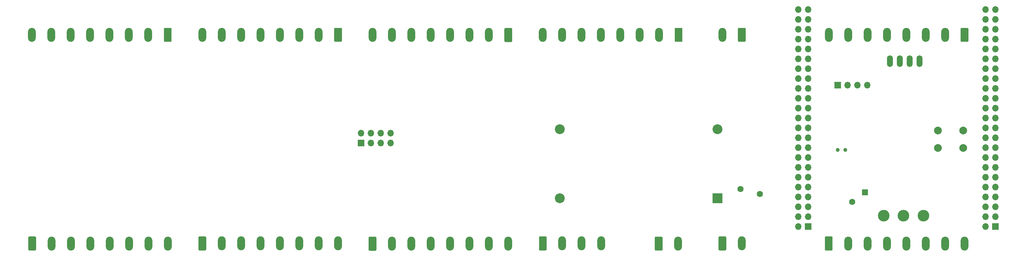
<source format=gbr>
%TF.GenerationSoftware,KiCad,Pcbnew,(5.1.12)-1*%
%TF.CreationDate,2021-12-06T16:24:31+01:00*%
%TF.ProjectId,boneIO_input board,626f6e65-494f-45f6-996e-70757420626f,rev?*%
%TF.SameCoordinates,Original*%
%TF.FileFunction,Soldermask,Bot*%
%TF.FilePolarity,Negative*%
%FSLAX46Y46*%
G04 Gerber Fmt 4.6, Leading zero omitted, Abs format (unit mm)*
G04 Created by KiCad (PCBNEW (5.1.12)-1) date 2021-12-06 16:24:31*
%MOMM*%
%LPD*%
G01*
G04 APERTURE LIST*
%ADD10C,3.000000*%
%ADD11O,1.500000X3.000000*%
%ADD12O,2.000000X3.600000*%
%ADD13C,2.540000*%
%ADD14R,2.540000X2.540000*%
%ADD15O,1.700000X1.700000*%
%ADD16R,1.700000X1.700000*%
%ADD17C,1.000000*%
%ADD18C,1.600000*%
%ADD19R,1.600000X1.600000*%
%ADD20C,2.000000*%
G04 APERTURE END LIST*
D10*
%TO.C,U61*%
X254550000Y-102980000D03*
D11*
X251000000Y-63190000D03*
D10*
X244360000Y-102980000D03*
D11*
X248480000Y-63190000D03*
X245970000Y-63190000D03*
X253570000Y-63190000D03*
D10*
X249430000Y-102980000D03*
%TD*%
D12*
%TO.C,J4*%
X202750000Y-56420000D03*
G36*
G01*
X208750000Y-54870000D02*
X208750000Y-57970000D01*
G75*
G02*
X208500000Y-58220000I-250000J0D01*
G01*
X207000000Y-58220000D01*
G75*
G02*
X206750000Y-57970000I0J250000D01*
G01*
X206750000Y-54870000D01*
G75*
G02*
X207000000Y-54620000I250000J0D01*
G01*
X208500000Y-54620000D01*
G75*
G02*
X208750000Y-54870000I0J-250000D01*
G01*
G37*
%TD*%
D13*
%TO.C,REF\u002A\u002A*%
X160820000Y-80750000D03*
X160820000Y-98530000D03*
X201460000Y-80750000D03*
D14*
X201460000Y-98530000D03*
%TD*%
D12*
%TO.C,J8*%
X142575000Y-110225000D03*
G36*
G01*
X111575000Y-111775000D02*
X111575000Y-108675000D01*
G75*
G02*
X111825000Y-108425000I250000J0D01*
G01*
X113325000Y-108425000D01*
G75*
G02*
X113575000Y-108675000I0J-250000D01*
G01*
X113575000Y-111775000D01*
G75*
G02*
X113325000Y-112025000I-250000J0D01*
G01*
X111825000Y-112025000D01*
G75*
G02*
X111575000Y-111775000I0J250000D01*
G01*
G37*
X122575000Y-110225000D03*
X137575000Y-110225000D03*
X117575000Y-110225000D03*
X127575000Y-110225000D03*
X147575000Y-110225000D03*
X132575000Y-110225000D03*
%TD*%
D15*
%TO.C,J13*%
X117260000Y-81750000D03*
X117260000Y-84290000D03*
X114720000Y-81750000D03*
X114720000Y-84290000D03*
X112180000Y-81750000D03*
X112180000Y-84290000D03*
X109640000Y-81750000D03*
D16*
X109640000Y-84290000D03*
%TD*%
%TO.C,J11*%
X273095000Y-105785000D03*
D15*
X270555000Y-105785000D03*
X273095000Y-103245000D03*
X270555000Y-103245000D03*
X273095000Y-100705000D03*
X270555000Y-100705000D03*
X273095000Y-98165000D03*
X270555000Y-98165000D03*
X273095000Y-95625000D03*
X270555000Y-95625000D03*
X273095000Y-93085000D03*
X270555000Y-93085000D03*
X273095000Y-90545000D03*
X270555000Y-90545000D03*
X273095000Y-88005000D03*
X270555000Y-88005000D03*
X273095000Y-85465000D03*
X270555000Y-85465000D03*
X273095000Y-82925000D03*
X270555000Y-82925000D03*
X273095000Y-80385000D03*
X270555000Y-80385000D03*
X273095000Y-77845000D03*
X270555000Y-77845000D03*
X273095000Y-75305000D03*
X270555000Y-75305000D03*
X273095000Y-72765000D03*
X270555000Y-72765000D03*
X273095000Y-70225000D03*
X270555000Y-70225000D03*
X273095000Y-67685000D03*
X270555000Y-67685000D03*
X273095000Y-65145000D03*
X270555000Y-65145000D03*
X273095000Y-62605000D03*
X270555000Y-62605000D03*
X273095000Y-60065000D03*
X270555000Y-60065000D03*
X273095000Y-57525000D03*
X270555000Y-57525000D03*
X273095000Y-54985000D03*
X270555000Y-54985000D03*
X273095000Y-52445000D03*
X270555000Y-52445000D03*
X273095000Y-49905000D03*
X270555000Y-49905000D03*
%TD*%
%TO.C,J12*%
X222295000Y-49910000D03*
X224835000Y-49910000D03*
X222295000Y-52450000D03*
X224835000Y-52450000D03*
X222295000Y-54990000D03*
X224835000Y-54990000D03*
X222295000Y-57530000D03*
X224835000Y-57530000D03*
X222295000Y-60070000D03*
X224835000Y-60070000D03*
X222295000Y-62610000D03*
X224835000Y-62610000D03*
X222295000Y-65150000D03*
X224835000Y-65150000D03*
X222295000Y-67690000D03*
X224835000Y-67690000D03*
X222295000Y-70230000D03*
X224835000Y-70230000D03*
X222295000Y-72770000D03*
X224835000Y-72770000D03*
X222295000Y-75310000D03*
X224835000Y-75310000D03*
X222295000Y-77850000D03*
X224835000Y-77850000D03*
X222295000Y-80390000D03*
X224835000Y-80390000D03*
X222295000Y-82930000D03*
X224835000Y-82930000D03*
X222295000Y-85470000D03*
X224835000Y-85470000D03*
X222295000Y-88010000D03*
X224835000Y-88010000D03*
X222295000Y-90550000D03*
X224835000Y-90550000D03*
X222295000Y-93090000D03*
X224835000Y-93090000D03*
X222295000Y-95630000D03*
X224835000Y-95630000D03*
X222295000Y-98170000D03*
X224835000Y-98170000D03*
X222295000Y-100710000D03*
X224835000Y-100710000D03*
X222295000Y-103250000D03*
X224835000Y-103250000D03*
X222295000Y-105790000D03*
D16*
X224835000Y-105790000D03*
%TD*%
D12*
%TO.C,VDD1*%
X207735000Y-110140000D03*
G36*
G01*
X201735000Y-111690000D02*
X201735000Y-108590000D01*
G75*
G02*
X201985000Y-108340000I250000J0D01*
G01*
X203485000Y-108340000D01*
G75*
G02*
X203735000Y-108590000I0J-250000D01*
G01*
X203735000Y-111690000D01*
G75*
G02*
X203485000Y-111940000I-250000J0D01*
G01*
X201985000Y-111940000D01*
G75*
G02*
X201735000Y-111690000I0J250000D01*
G01*
G37*
%TD*%
D17*
%TO.C,Y1*%
X232510000Y-86040000D03*
X234410000Y-86040000D03*
%TD*%
D18*
%TO.C,RV1*%
X207395000Y-96105000D03*
X212395000Y-97405000D03*
%TD*%
D12*
%TO.C,J2*%
X73700000Y-56425000D03*
G36*
G01*
X104700000Y-54875000D02*
X104700000Y-57975000D01*
G75*
G02*
X104450000Y-58225000I-250000J0D01*
G01*
X102950000Y-58225000D01*
G75*
G02*
X102700000Y-57975000I0J250000D01*
G01*
X102700000Y-54875000D01*
G75*
G02*
X102950000Y-54625000I250000J0D01*
G01*
X104450000Y-54625000D01*
G75*
G02*
X104700000Y-54875000I0J-250000D01*
G01*
G37*
X93700000Y-56425000D03*
X78700000Y-56425000D03*
X98700000Y-56425000D03*
X88700000Y-56425000D03*
X68700000Y-56425000D03*
X83700000Y-56425000D03*
%TD*%
D19*
%TO.C,BT1*%
X239470000Y-96960000D03*
D18*
X236220000Y-99410000D03*
%TD*%
D12*
%TO.C,ANVDD1*%
X191325000Y-110200000D03*
G36*
G01*
X185325000Y-111750000D02*
X185325000Y-108650000D01*
G75*
G02*
X185575000Y-108400000I250000J0D01*
G01*
X187075000Y-108400000D01*
G75*
G02*
X187325000Y-108650000I0J-250000D01*
G01*
X187325000Y-111750000D01*
G75*
G02*
X187075000Y-112000000I-250000J0D01*
G01*
X185575000Y-112000000D01*
G75*
G02*
X185325000Y-111750000I0J250000D01*
G01*
G37*
%TD*%
%TO.C,J14*%
X250160000Y-110160000D03*
X265160000Y-110160000D03*
X245160000Y-110160000D03*
X235160000Y-110160000D03*
X255160000Y-110160000D03*
X240160000Y-110160000D03*
G36*
G01*
X229160000Y-111710000D02*
X229160000Y-108610000D01*
G75*
G02*
X229410000Y-108360000I250000J0D01*
G01*
X230910000Y-108360000D01*
G75*
G02*
X231160000Y-108610000I0J-250000D01*
G01*
X231160000Y-111710000D01*
G75*
G02*
X230910000Y-111960000I-250000J0D01*
G01*
X229410000Y-111960000D01*
G75*
G02*
X229160000Y-111710000I0J250000D01*
G01*
G37*
X260160000Y-110160000D03*
%TD*%
%TO.C,J1*%
X245150000Y-56440000D03*
X230150000Y-56440000D03*
X250150000Y-56440000D03*
X260150000Y-56440000D03*
X240150000Y-56440000D03*
X255150000Y-56440000D03*
G36*
G01*
X266150000Y-54890000D02*
X266150000Y-57990000D01*
G75*
G02*
X265900000Y-58240000I-250000J0D01*
G01*
X264400000Y-58240000D01*
G75*
G02*
X264150000Y-57990000I0J250000D01*
G01*
X264150000Y-54890000D01*
G75*
G02*
X264400000Y-54640000I250000J0D01*
G01*
X265900000Y-54640000D01*
G75*
G02*
X266150000Y-54890000I0J-250000D01*
G01*
G37*
X235150000Y-56440000D03*
%TD*%
%TO.C,J5*%
X39800000Y-56425000D03*
X24800000Y-56425000D03*
X44800000Y-56425000D03*
X54800000Y-56425000D03*
X34800000Y-56425000D03*
X49800000Y-56425000D03*
G36*
G01*
X60800000Y-54875000D02*
X60800000Y-57975000D01*
G75*
G02*
X60550000Y-58225000I-250000J0D01*
G01*
X59050000Y-58225000D01*
G75*
G02*
X58800000Y-57975000I0J250000D01*
G01*
X58800000Y-54875000D01*
G75*
G02*
X59050000Y-54625000I250000J0D01*
G01*
X60550000Y-54625000D01*
G75*
G02*
X60800000Y-54875000I0J-250000D01*
G01*
G37*
X29800000Y-56425000D03*
%TD*%
D20*
%TO.C,SW1*%
X264810000Y-81080000D03*
X264810000Y-85580000D03*
X258310000Y-81080000D03*
X258310000Y-85580000D03*
%TD*%
D12*
%TO.C,J9*%
X171445000Y-56430000D03*
X156445000Y-56430000D03*
X176445000Y-56430000D03*
X186445000Y-56430000D03*
X166445000Y-56430000D03*
X181445000Y-56430000D03*
G36*
G01*
X192445000Y-54880000D02*
X192445000Y-57980000D01*
G75*
G02*
X192195000Y-58230000I-250000J0D01*
G01*
X190695000Y-58230000D01*
G75*
G02*
X190445000Y-57980000I0J250000D01*
G01*
X190445000Y-54880000D01*
G75*
G02*
X190695000Y-54630000I250000J0D01*
G01*
X192195000Y-54630000D01*
G75*
G02*
X192445000Y-54880000I0J-250000D01*
G01*
G37*
X161445000Y-56430000D03*
%TD*%
%TO.C,J6*%
X88715000Y-110150000D03*
X103715000Y-110150000D03*
X83715000Y-110150000D03*
X73715000Y-110150000D03*
X93715000Y-110150000D03*
X78715000Y-110150000D03*
G36*
G01*
X67715000Y-111700000D02*
X67715000Y-108600000D01*
G75*
G02*
X67965000Y-108350000I250000J0D01*
G01*
X69465000Y-108350000D01*
G75*
G02*
X69715000Y-108600000I0J-250000D01*
G01*
X69715000Y-111700000D01*
G75*
G02*
X69465000Y-111950000I-250000J0D01*
G01*
X67965000Y-111950000D01*
G75*
G02*
X67715000Y-111700000I0J250000D01*
G01*
G37*
X98715000Y-110150000D03*
%TD*%
%TO.C,J3*%
X44855000Y-110175000D03*
X59855000Y-110175000D03*
X39855000Y-110175000D03*
X29855000Y-110175000D03*
X49855000Y-110175000D03*
X34855000Y-110175000D03*
G36*
G01*
X23855000Y-111725000D02*
X23855000Y-108625000D01*
G75*
G02*
X24105000Y-108375000I250000J0D01*
G01*
X25605000Y-108375000D01*
G75*
G02*
X25855000Y-108625000I0J-250000D01*
G01*
X25855000Y-111725000D01*
G75*
G02*
X25605000Y-111975000I-250000J0D01*
G01*
X24105000Y-111975000D01*
G75*
G02*
X23855000Y-111725000I0J250000D01*
G01*
G37*
X54855000Y-110175000D03*
%TD*%
%TO.C,J7*%
X127575000Y-56470000D03*
X112575000Y-56470000D03*
X132575000Y-56470000D03*
X142575000Y-56470000D03*
X122575000Y-56470000D03*
X137575000Y-56470000D03*
G36*
G01*
X148575000Y-54920000D02*
X148575000Y-58020000D01*
G75*
G02*
X148325000Y-58270000I-250000J0D01*
G01*
X146825000Y-58270000D01*
G75*
G02*
X146575000Y-58020000I0J250000D01*
G01*
X146575000Y-54920000D01*
G75*
G02*
X146825000Y-54670000I250000J0D01*
G01*
X148325000Y-54670000D01*
G75*
G02*
X148575000Y-54920000I0J-250000D01*
G01*
G37*
X117575000Y-56470000D03*
%TD*%
D15*
%TO.C,I2C1*%
X240080000Y-69370000D03*
X237540000Y-69370000D03*
X235000000Y-69370000D03*
D16*
X232460000Y-69370000D03*
%TD*%
D12*
%TO.C,J10*%
X171475000Y-110140000D03*
X166475000Y-110140000D03*
X161475000Y-110140000D03*
G36*
G01*
X155475000Y-111690000D02*
X155475000Y-108590000D01*
G75*
G02*
X155725000Y-108340000I250000J0D01*
G01*
X157225000Y-108340000D01*
G75*
G02*
X157475000Y-108590000I0J-250000D01*
G01*
X157475000Y-111690000D01*
G75*
G02*
X157225000Y-111940000I-250000J0D01*
G01*
X155725000Y-111940000D01*
G75*
G02*
X155475000Y-111690000I0J250000D01*
G01*
G37*
%TD*%
M02*

</source>
